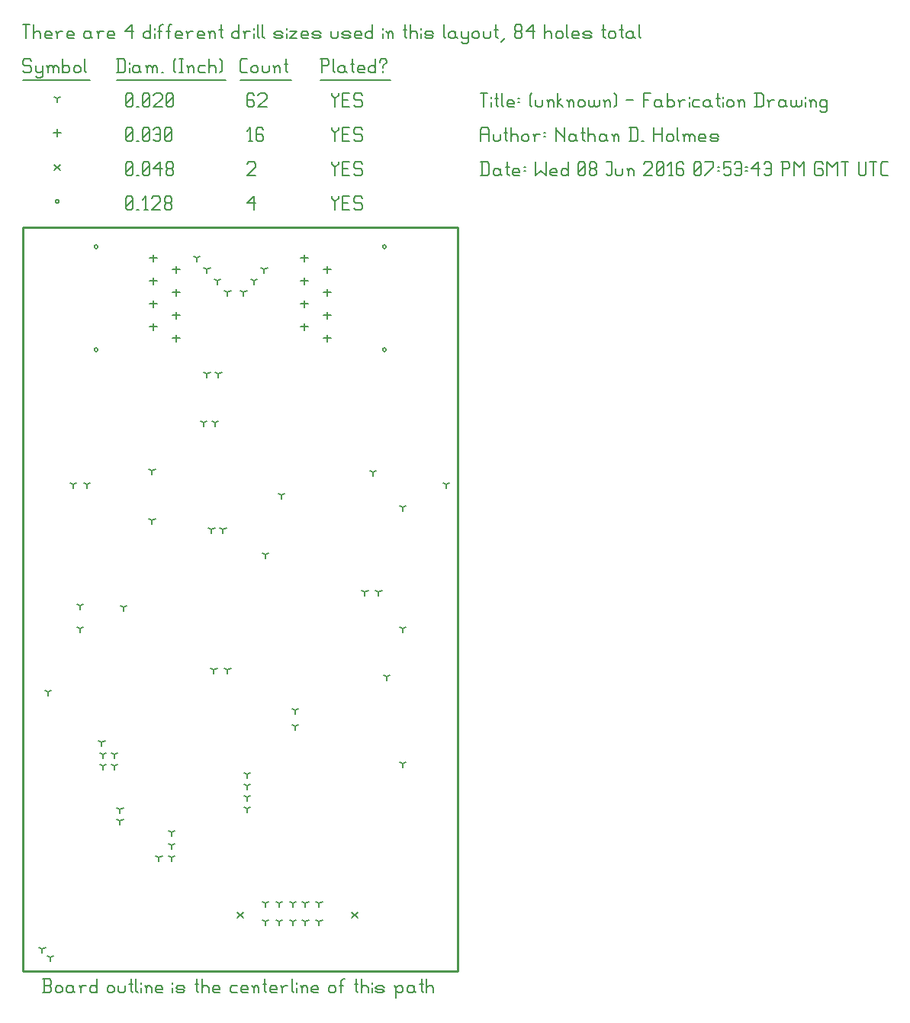
<source format=gbr>
G04 start of page 12 for group -3984 idx -3984 *
G04 Title: (unknown), fab *
G04 Creator: pcb 20140316 *
G04 CreationDate: Wed 08 Jun 2016 07:53:43 PM GMT UTC *
G04 For: ndholmes *
G04 Format: Gerber/RS-274X *
G04 PCB-Dimensions (mil): 1900.00 3250.00 *
G04 PCB-Coordinate-Origin: lower left *
%MOIN*%
%FSLAX25Y25*%
%LNFAB*%
%ADD80C,0.0100*%
%ADD79C,0.0060*%
%ADD78R,0.0080X0.0080*%
G54D78*X31200Y316500D02*G75*G03X32800Y316500I800J0D01*G01*
G75*G03X31200Y316500I-800J0D01*G01*
Y271500D02*G75*G03X32800Y271500I800J0D01*G01*
G75*G03X31200Y271500I-800J0D01*G01*
X157200D02*G75*G03X158800Y271500I800J0D01*G01*
G75*G03X157200Y271500I-800J0D01*G01*
Y316500D02*G75*G03X158800Y316500I800J0D01*G01*
G75*G03X157200Y316500I-800J0D01*G01*
X14200Y336250D02*G75*G03X15800Y336250I800J0D01*G01*
G75*G03X14200Y336250I-800J0D01*G01*
G54D79*X135000Y338500D02*Y337750D01*
X136500Y336250D01*
X138000Y337750D01*
Y338500D02*Y337750D01*
X136500Y336250D02*Y332500D01*
X139800Y335500D02*X142050D01*
X139800Y332500D02*X142800D01*
X139800Y338500D02*Y332500D01*
Y338500D02*X142800D01*
X147600D02*X148350Y337750D01*
X145350Y338500D02*X147600D01*
X144600Y337750D02*X145350Y338500D01*
X144600Y337750D02*Y336250D01*
X145350Y335500D01*
X147600D01*
X148350Y334750D01*
Y333250D01*
X147600Y332500D02*X148350Y333250D01*
X145350Y332500D02*X147600D01*
X144600Y333250D02*X145350Y332500D01*
X98000Y335500D02*X101000Y338500D01*
X98000Y335500D02*X101750D01*
X101000Y338500D02*Y332500D01*
X45000Y333250D02*X45750Y332500D01*
X45000Y337750D02*Y333250D01*
Y337750D02*X45750Y338500D01*
X47250D01*
X48000Y337750D01*
Y333250D01*
X47250Y332500D02*X48000Y333250D01*
X45750Y332500D02*X47250D01*
X45000Y334000D02*X48000Y337000D01*
X49800Y332500D02*X50550D01*
X53100D02*X54600D01*
X53850Y338500D02*Y332500D01*
X52350Y337000D02*X53850Y338500D01*
X56400Y337750D02*X57150Y338500D01*
X59400D01*
X60150Y337750D01*
Y336250D01*
X56400Y332500D02*X60150Y336250D01*
X56400Y332500D02*X60150D01*
X61950Y333250D02*X62700Y332500D01*
X61950Y334750D02*Y333250D01*
Y334750D02*X62700Y335500D01*
X64200D01*
X64950Y334750D01*
Y333250D01*
X64200Y332500D02*X64950Y333250D01*
X62700Y332500D02*X64200D01*
X61950Y336250D02*X62700Y335500D01*
X61950Y337750D02*Y336250D01*
Y337750D02*X62700Y338500D01*
X64200D01*
X64950Y337750D01*
Y336250D01*
X64200Y335500D02*X64950Y336250D01*
X143800Y25700D02*X146200Y23300D01*
X143800D02*X146200Y25700D01*
X93800D02*X96200Y23300D01*
X93800D02*X96200Y25700D01*
X13800Y352450D02*X16200Y350050D01*
X13800D02*X16200Y352450D01*
X135000Y353500D02*Y352750D01*
X136500Y351250D01*
X138000Y352750D01*
Y353500D02*Y352750D01*
X136500Y351250D02*Y347500D01*
X139800Y350500D02*X142050D01*
X139800Y347500D02*X142800D01*
X139800Y353500D02*Y347500D01*
Y353500D02*X142800D01*
X147600D02*X148350Y352750D01*
X145350Y353500D02*X147600D01*
X144600Y352750D02*X145350Y353500D01*
X144600Y352750D02*Y351250D01*
X145350Y350500D01*
X147600D01*
X148350Y349750D01*
Y348250D01*
X147600Y347500D02*X148350Y348250D01*
X145350Y347500D02*X147600D01*
X144600Y348250D02*X145350Y347500D01*
X98000Y352750D02*X98750Y353500D01*
X101000D01*
X101750Y352750D01*
Y351250D01*
X98000Y347500D02*X101750Y351250D01*
X98000Y347500D02*X101750D01*
X45000Y348250D02*X45750Y347500D01*
X45000Y352750D02*Y348250D01*
Y352750D02*X45750Y353500D01*
X47250D01*
X48000Y352750D01*
Y348250D01*
X47250Y347500D02*X48000Y348250D01*
X45750Y347500D02*X47250D01*
X45000Y349000D02*X48000Y352000D01*
X49800Y347500D02*X50550D01*
X52350Y348250D02*X53100Y347500D01*
X52350Y352750D02*Y348250D01*
Y352750D02*X53100Y353500D01*
X54600D01*
X55350Y352750D01*
Y348250D01*
X54600Y347500D02*X55350Y348250D01*
X53100Y347500D02*X54600D01*
X52350Y349000D02*X55350Y352000D01*
X57150Y350500D02*X60150Y353500D01*
X57150Y350500D02*X60900D01*
X60150Y353500D02*Y347500D01*
X62700Y348250D02*X63450Y347500D01*
X62700Y349750D02*Y348250D01*
Y349750D02*X63450Y350500D01*
X64950D01*
X65700Y349750D01*
Y348250D01*
X64950Y347500D02*X65700Y348250D01*
X63450Y347500D02*X64950D01*
X62700Y351250D02*X63450Y350500D01*
X62700Y352750D02*Y351250D01*
Y352750D02*X63450Y353500D01*
X64950D01*
X65700Y352750D01*
Y351250D01*
X64950Y350500D02*X65700Y351250D01*
X57000Y313100D02*Y309900D01*
X55400Y311500D02*X58600D01*
X67000Y308100D02*Y304900D01*
X65400Y306500D02*X68600D01*
X57000Y303100D02*Y299900D01*
X55400Y301500D02*X58600D01*
X67000Y298100D02*Y294900D01*
X65400Y296500D02*X68600D01*
X57000Y293100D02*Y289900D01*
X55400Y291500D02*X58600D01*
X67000Y288100D02*Y284900D01*
X65400Y286500D02*X68600D01*
X57000Y283100D02*Y279900D01*
X55400Y281500D02*X58600D01*
X67000Y278100D02*Y274900D01*
X65400Y276500D02*X68600D01*
X133000Y278100D02*Y274900D01*
X131400Y276500D02*X134600D01*
X123000Y283100D02*Y279900D01*
X121400Y281500D02*X124600D01*
X133000Y288100D02*Y284900D01*
X131400Y286500D02*X134600D01*
X123000Y293100D02*Y289900D01*
X121400Y291500D02*X124600D01*
X133000Y298100D02*Y294900D01*
X131400Y296500D02*X134600D01*
X123000Y303100D02*Y299900D01*
X121400Y301500D02*X124600D01*
X133000Y308100D02*Y304900D01*
X131400Y306500D02*X134600D01*
X123000Y313100D02*Y309900D01*
X121400Y311500D02*X124600D01*
X15000Y367850D02*Y364650D01*
X13400Y366250D02*X16600D01*
X135000Y368500D02*Y367750D01*
X136500Y366250D01*
X138000Y367750D01*
Y368500D02*Y367750D01*
X136500Y366250D02*Y362500D01*
X139800Y365500D02*X142050D01*
X139800Y362500D02*X142800D01*
X139800Y368500D02*Y362500D01*
Y368500D02*X142800D01*
X147600D02*X148350Y367750D01*
X145350Y368500D02*X147600D01*
X144600Y367750D02*X145350Y368500D01*
X144600Y367750D02*Y366250D01*
X145350Y365500D01*
X147600D01*
X148350Y364750D01*
Y363250D01*
X147600Y362500D02*X148350Y363250D01*
X145350Y362500D02*X147600D01*
X144600Y363250D02*X145350Y362500D01*
X98750D02*X100250D01*
X99500Y368500D02*Y362500D01*
X98000Y367000D02*X99500Y368500D01*
X104300D02*X105050Y367750D01*
X102800Y368500D02*X104300D01*
X102050Y367750D02*X102800Y368500D01*
X102050Y367750D02*Y363250D01*
X102800Y362500D01*
X104300Y365500D02*X105050Y364750D01*
X102050Y365500D02*X104300D01*
X102800Y362500D02*X104300D01*
X105050Y363250D01*
Y364750D02*Y363250D01*
X45000D02*X45750Y362500D01*
X45000Y367750D02*Y363250D01*
Y367750D02*X45750Y368500D01*
X47250D01*
X48000Y367750D01*
Y363250D01*
X47250Y362500D02*X48000Y363250D01*
X45750Y362500D02*X47250D01*
X45000Y364000D02*X48000Y367000D01*
X49800Y362500D02*X50550D01*
X52350Y363250D02*X53100Y362500D01*
X52350Y367750D02*Y363250D01*
Y367750D02*X53100Y368500D01*
X54600D01*
X55350Y367750D01*
Y363250D01*
X54600Y362500D02*X55350Y363250D01*
X53100Y362500D02*X54600D01*
X52350Y364000D02*X55350Y367000D01*
X57150Y367750D02*X57900Y368500D01*
X59400D01*
X60150Y367750D01*
Y363250D01*
X59400Y362500D02*X60150Y363250D01*
X57900Y362500D02*X59400D01*
X57150Y363250D02*X57900Y362500D01*
Y365500D02*X60150D01*
X61950Y363250D02*X62700Y362500D01*
X61950Y367750D02*Y363250D01*
Y367750D02*X62700Y368500D01*
X64200D01*
X64950Y367750D01*
Y363250D01*
X64200Y362500D02*X64950Y363250D01*
X62700Y362500D02*X64200D01*
X61950Y364000D02*X64950Y367000D01*
X76000Y311500D02*Y309900D01*
Y311500D02*X77387Y312300D01*
X76000Y311500D02*X74613Y312300D01*
X85000Y301500D02*Y299900D01*
Y301500D02*X86387Y302300D01*
X85000Y301500D02*X83613Y302300D01*
X89500Y296500D02*Y294900D01*
Y296500D02*X90887Y297300D01*
X89500Y296500D02*X88113Y297300D01*
X80500Y306500D02*Y304900D01*
Y306500D02*X81887Y307300D01*
X80500Y306500D02*X79113Y307300D01*
X96500Y296500D02*Y294900D01*
Y296500D02*X97887Y297300D01*
X96500Y296500D02*X95113Y297300D01*
X101000Y301500D02*Y299900D01*
Y301500D02*X102387Y302300D01*
X101000Y301500D02*X99613Y302300D01*
X105500Y306500D02*Y304900D01*
Y306500D02*X106887Y307300D01*
X105500Y306500D02*X104113Y307300D01*
X25043Y149500D02*Y147900D01*
Y149500D02*X26430Y150300D01*
X25043Y149500D02*X23656Y150300D01*
X166000Y202500D02*Y200900D01*
Y202500D02*X167387Y203300D01*
X166000Y202500D02*X164613Y203300D01*
X166000Y149500D02*Y147900D01*
Y149500D02*X167387Y150300D01*
X166000Y149500D02*X164613Y150300D01*
X166000Y90500D02*Y88900D01*
Y90500D02*X167387Y91300D01*
X166000Y90500D02*X164613Y91300D01*
X159000Y128500D02*Y126900D01*
Y128500D02*X160387Y129300D01*
X159000Y128500D02*X157613Y129300D01*
X113000Y208000D02*Y206400D01*
Y208000D02*X114387Y208800D01*
X113000Y208000D02*X111613Y208800D01*
X106000Y182000D02*Y180400D01*
Y182000D02*X107387Y182800D01*
X106000Y182000D02*X104613Y182800D01*
X42500Y70500D02*Y68900D01*
Y70500D02*X43887Y71300D01*
X42500Y70500D02*X41113Y71300D01*
X42500Y65500D02*Y63900D01*
Y65500D02*X43887Y66300D01*
X42500Y65500D02*X41113Y66300D01*
X35000Y89500D02*Y87900D01*
Y89500D02*X36387Y90300D01*
X35000Y89500D02*X33613Y90300D01*
X40000Y89500D02*Y87900D01*
Y89500D02*X41387Y90300D01*
X40000Y89500D02*X38613Y90300D01*
X40000Y94500D02*Y92900D01*
Y94500D02*X41387Y95300D01*
X40000Y94500D02*X38613Y95300D01*
X35000Y94500D02*Y92900D01*
Y94500D02*X36387Y95300D01*
X35000Y94500D02*X33613Y95300D01*
X65000Y60500D02*Y58900D01*
Y60500D02*X66387Y61300D01*
X65000Y60500D02*X63613Y61300D01*
X65000Y55000D02*Y53400D01*
Y55000D02*X66387Y55800D01*
X65000Y55000D02*X63613Y55800D01*
X65000Y49500D02*Y47900D01*
Y49500D02*X66387Y50300D01*
X65000Y49500D02*X63613Y50300D01*
X59500Y49500D02*Y47900D01*
Y49500D02*X60887Y50300D01*
X59500Y49500D02*X58113Y50300D01*
X98000Y81000D02*Y79400D01*
Y81000D02*X99387Y81800D01*
X98000Y81000D02*X96613Y81800D01*
X98000Y71000D02*Y69400D01*
Y71000D02*X99387Y71800D01*
X98000Y71000D02*X96613Y71800D01*
X34500Y100000D02*Y98400D01*
Y100000D02*X35887Y100800D01*
X34500Y100000D02*X33113Y100800D01*
X98000Y76000D02*Y74400D01*
Y76000D02*X99387Y76800D01*
X98000Y76000D02*X96613Y76800D01*
X98000Y86000D02*Y84400D01*
Y86000D02*X99387Y86800D01*
X98000Y86000D02*X96613Y86800D01*
X25000Y159500D02*Y157900D01*
Y159500D02*X26387Y160300D01*
X25000Y159500D02*X23613Y160300D01*
X44000Y159000D02*Y157400D01*
Y159000D02*X45387Y159800D01*
X44000Y159000D02*X42613Y159800D01*
X83500Y131500D02*Y129900D01*
Y131500D02*X84887Y132300D01*
X83500Y131500D02*X82113Y132300D01*
X89500Y131500D02*Y129900D01*
Y131500D02*X90887Y132300D01*
X89500Y131500D02*X88113Y132300D01*
X82500Y193000D02*Y191400D01*
Y193000D02*X83887Y193800D01*
X82500Y193000D02*X81113Y193800D01*
X87500Y193000D02*Y191400D01*
Y193000D02*X88887Y193800D01*
X87500Y193000D02*X86113Y193800D01*
X22000Y212500D02*Y210900D01*
Y212500D02*X23387Y213300D01*
X22000Y212500D02*X20613Y213300D01*
X28000Y212500D02*Y210900D01*
Y212500D02*X29387Y213300D01*
X28000Y212500D02*X26613Y213300D01*
X153000Y218000D02*Y216400D01*
Y218000D02*X154387Y218800D01*
X153000Y218000D02*X151613Y218800D01*
X155500Y165500D02*Y163900D01*
Y165500D02*X156887Y166300D01*
X155500Y165500D02*X154113Y166300D01*
X79000Y239500D02*Y237900D01*
Y239500D02*X80387Y240300D01*
X79000Y239500D02*X77613Y240300D01*
X84000Y239500D02*Y237900D01*
Y239500D02*X85387Y240300D01*
X84000Y239500D02*X82613Y240300D01*
X80500Y261000D02*Y259400D01*
Y261000D02*X81887Y261800D01*
X80500Y261000D02*X79113Y261800D01*
X85500Y261000D02*Y259400D01*
Y261000D02*X86887Y261800D01*
X85500Y261000D02*X84113Y261800D01*
X119000Y114000D02*Y112400D01*
Y114000D02*X120387Y114800D01*
X119000Y114000D02*X117613Y114800D01*
X119000Y107000D02*Y105400D01*
Y107000D02*X120387Y107800D01*
X119000Y107000D02*X117613Y107800D01*
X56500Y218500D02*Y216900D01*
Y218500D02*X57887Y219300D01*
X56500Y218500D02*X55113Y219300D01*
X56500Y197000D02*Y195400D01*
Y197000D02*X57887Y197800D01*
X56500Y197000D02*X55113Y197800D01*
X11000Y122000D02*Y120400D01*
Y122000D02*X12387Y122800D01*
X11000Y122000D02*X9613Y122800D01*
X12000Y6000D02*Y4400D01*
Y6000D02*X13387Y6800D01*
X12000Y6000D02*X10613Y6800D01*
X8500Y9500D02*Y7900D01*
Y9500D02*X9887Y10300D01*
X8500Y9500D02*X7113Y10300D01*
X106000Y29500D02*Y27900D01*
Y29500D02*X107387Y30300D01*
X106000Y29500D02*X104613Y30300D01*
X112000Y29500D02*Y27900D01*
Y29500D02*X113387Y30300D01*
X112000Y29500D02*X110613Y30300D01*
X118000Y29500D02*Y27900D01*
Y29500D02*X119387Y30300D01*
X118000Y29500D02*X116613Y30300D01*
X106000Y21500D02*Y19900D01*
Y21500D02*X107387Y22300D01*
X106000Y21500D02*X104613Y22300D01*
X112000Y21500D02*Y19900D01*
Y21500D02*X113387Y22300D01*
X112000Y21500D02*X110613Y22300D01*
X118000Y21500D02*Y19900D01*
Y21500D02*X119387Y22300D01*
X118000Y21500D02*X116613Y22300D01*
X123500Y29500D02*Y27900D01*
Y29500D02*X124887Y30300D01*
X123500Y29500D02*X122113Y30300D01*
X129500Y29500D02*Y27900D01*
Y29500D02*X130887Y30300D01*
X129500Y29500D02*X128113Y30300D01*
X123500Y21500D02*Y19900D01*
Y21500D02*X124887Y22300D01*
X123500Y21500D02*X122113Y22300D01*
X129500Y21500D02*Y19900D01*
Y21500D02*X130887Y22300D01*
X129500Y21500D02*X128113Y22300D01*
X149500Y165500D02*Y163900D01*
Y165500D02*X150887Y166300D01*
X149500Y165500D02*X148113Y166300D01*
X185000Y212500D02*Y210900D01*
Y212500D02*X186387Y213300D01*
X185000Y212500D02*X183613Y213300D01*
X15000Y381250D02*Y379650D01*
Y381250D02*X16387Y382050D01*
X15000Y381250D02*X13613Y382050D01*
X135000Y383500D02*Y382750D01*
X136500Y381250D01*
X138000Y382750D01*
Y383500D02*Y382750D01*
X136500Y381250D02*Y377500D01*
X139800Y380500D02*X142050D01*
X139800Y377500D02*X142800D01*
X139800Y383500D02*Y377500D01*
Y383500D02*X142800D01*
X147600D02*X148350Y382750D01*
X145350Y383500D02*X147600D01*
X144600Y382750D02*X145350Y383500D01*
X144600Y382750D02*Y381250D01*
X145350Y380500D01*
X147600D01*
X148350Y379750D01*
Y378250D01*
X147600Y377500D02*X148350Y378250D01*
X145350Y377500D02*X147600D01*
X144600Y378250D02*X145350Y377500D01*
X100250Y383500D02*X101000Y382750D01*
X98750Y383500D02*X100250D01*
X98000Y382750D02*X98750Y383500D01*
X98000Y382750D02*Y378250D01*
X98750Y377500D01*
X100250Y380500D02*X101000Y379750D01*
X98000Y380500D02*X100250D01*
X98750Y377500D02*X100250D01*
X101000Y378250D01*
Y379750D02*Y378250D01*
X102800Y382750D02*X103550Y383500D01*
X105800D01*
X106550Y382750D01*
Y381250D01*
X102800Y377500D02*X106550Y381250D01*
X102800Y377500D02*X106550D01*
X45000Y378250D02*X45750Y377500D01*
X45000Y382750D02*Y378250D01*
Y382750D02*X45750Y383500D01*
X47250D01*
X48000Y382750D01*
Y378250D01*
X47250Y377500D02*X48000Y378250D01*
X45750Y377500D02*X47250D01*
X45000Y379000D02*X48000Y382000D01*
X49800Y377500D02*X50550D01*
X52350Y378250D02*X53100Y377500D01*
X52350Y382750D02*Y378250D01*
Y382750D02*X53100Y383500D01*
X54600D01*
X55350Y382750D01*
Y378250D01*
X54600Y377500D02*X55350Y378250D01*
X53100Y377500D02*X54600D01*
X52350Y379000D02*X55350Y382000D01*
X57150Y382750D02*X57900Y383500D01*
X60150D01*
X60900Y382750D01*
Y381250D01*
X57150Y377500D02*X60900Y381250D01*
X57150Y377500D02*X60900D01*
X62700Y378250D02*X63450Y377500D01*
X62700Y382750D02*Y378250D01*
Y382750D02*X63450Y383500D01*
X64950D01*
X65700Y382750D01*
Y378250D01*
X64950Y377500D02*X65700Y378250D01*
X63450Y377500D02*X64950D01*
X62700Y379000D02*X65700Y382000D01*
X3000Y398500D02*X3750Y397750D01*
X750Y398500D02*X3000D01*
X0Y397750D02*X750Y398500D01*
X0Y397750D02*Y396250D01*
X750Y395500D01*
X3000D01*
X3750Y394750D01*
Y393250D01*
X3000Y392500D02*X3750Y393250D01*
X750Y392500D02*X3000D01*
X0Y393250D02*X750Y392500D01*
X5550Y395500D02*Y393250D01*
X6300Y392500D01*
X8550Y395500D02*Y391000D01*
X7800Y390250D02*X8550Y391000D01*
X6300Y390250D02*X7800D01*
X5550Y391000D02*X6300Y390250D01*
Y392500D02*X7800D01*
X8550Y393250D01*
X11100Y394750D02*Y392500D01*
Y394750D02*X11850Y395500D01*
X12600D01*
X13350Y394750D01*
Y392500D01*
Y394750D02*X14100Y395500D01*
X14850D01*
X15600Y394750D01*
Y392500D01*
X10350Y395500D02*X11100Y394750D01*
X17400Y398500D02*Y392500D01*
Y393250D02*X18150Y392500D01*
X19650D01*
X20400Y393250D01*
Y394750D02*Y393250D01*
X19650Y395500D02*X20400Y394750D01*
X18150Y395500D02*X19650D01*
X17400Y394750D02*X18150Y395500D01*
X22200Y394750D02*Y393250D01*
Y394750D02*X22950Y395500D01*
X24450D01*
X25200Y394750D01*
Y393250D01*
X24450Y392500D02*X25200Y393250D01*
X22950Y392500D02*X24450D01*
X22200Y393250D02*X22950Y392500D01*
X27000Y398500D02*Y393250D01*
X27750Y392500D01*
X0Y389250D02*X29250D01*
X41750Y398500D02*Y392500D01*
X44000Y398500D02*X44750Y397750D01*
Y393250D01*
X44000Y392500D02*X44750Y393250D01*
X41000Y392500D02*X44000D01*
X41000Y398500D02*X44000D01*
X46550Y397000D02*Y396250D01*
Y394750D02*Y392500D01*
X50300Y395500D02*X51050Y394750D01*
X48800Y395500D02*X50300D01*
X48050Y394750D02*X48800Y395500D01*
X48050Y394750D02*Y393250D01*
X48800Y392500D01*
X51050Y395500D02*Y393250D01*
X51800Y392500D01*
X48800D02*X50300D01*
X51050Y393250D01*
X54350Y394750D02*Y392500D01*
Y394750D02*X55100Y395500D01*
X55850D01*
X56600Y394750D01*
Y392500D01*
Y394750D02*X57350Y395500D01*
X58100D01*
X58850Y394750D01*
Y392500D01*
X53600Y395500D02*X54350Y394750D01*
X60650Y392500D02*X61400D01*
X65900Y393250D02*X66650Y392500D01*
X65900Y397750D02*X66650Y398500D01*
X65900Y397750D02*Y393250D01*
X68450Y398500D02*X69950D01*
X69200D02*Y392500D01*
X68450D02*X69950D01*
X72500Y394750D02*Y392500D01*
Y394750D02*X73250Y395500D01*
X74000D01*
X74750Y394750D01*
Y392500D01*
X71750Y395500D02*X72500Y394750D01*
X77300Y395500D02*X79550D01*
X76550Y394750D02*X77300Y395500D01*
X76550Y394750D02*Y393250D01*
X77300Y392500D01*
X79550D01*
X81350Y398500D02*Y392500D01*
Y394750D02*X82100Y395500D01*
X83600D01*
X84350Y394750D01*
Y392500D01*
X86150Y398500D02*X86900Y397750D01*
Y393250D01*
X86150Y392500D02*X86900Y393250D01*
X41000Y389250D02*X88700D01*
X95750Y392500D02*X98000D01*
X95000Y393250D02*X95750Y392500D01*
X95000Y397750D02*Y393250D01*
Y397750D02*X95750Y398500D01*
X98000D01*
X99800Y394750D02*Y393250D01*
Y394750D02*X100550Y395500D01*
X102050D01*
X102800Y394750D01*
Y393250D01*
X102050Y392500D02*X102800Y393250D01*
X100550Y392500D02*X102050D01*
X99800Y393250D02*X100550Y392500D01*
X104600Y395500D02*Y393250D01*
X105350Y392500D01*
X106850D01*
X107600Y393250D01*
Y395500D02*Y393250D01*
X110150Y394750D02*Y392500D01*
Y394750D02*X110900Y395500D01*
X111650D01*
X112400Y394750D01*
Y392500D01*
X109400Y395500D02*X110150Y394750D01*
X114950Y398500D02*Y393250D01*
X115700Y392500D01*
X114200Y396250D02*X115700D01*
X95000Y389250D02*X117200D01*
X130750Y398500D02*Y392500D01*
X130000Y398500D02*X133000D01*
X133750Y397750D01*
Y396250D01*
X133000Y395500D02*X133750Y396250D01*
X130750Y395500D02*X133000D01*
X135550Y398500D02*Y393250D01*
X136300Y392500D01*
X140050Y395500D02*X140800Y394750D01*
X138550Y395500D02*X140050D01*
X137800Y394750D02*X138550Y395500D01*
X137800Y394750D02*Y393250D01*
X138550Y392500D01*
X140800Y395500D02*Y393250D01*
X141550Y392500D01*
X138550D02*X140050D01*
X140800Y393250D01*
X144100Y398500D02*Y393250D01*
X144850Y392500D01*
X143350Y396250D02*X144850D01*
X147100Y392500D02*X149350D01*
X146350Y393250D02*X147100Y392500D01*
X146350Y394750D02*Y393250D01*
Y394750D02*X147100Y395500D01*
X148600D01*
X149350Y394750D01*
X146350Y394000D02*X149350D01*
Y394750D02*Y394000D01*
X154150Y398500D02*Y392500D01*
X153400D02*X154150Y393250D01*
X151900Y392500D02*X153400D01*
X151150Y393250D02*X151900Y392500D01*
X151150Y394750D02*Y393250D01*
Y394750D02*X151900Y395500D01*
X153400D01*
X154150Y394750D01*
X157450Y395500D02*Y394750D01*
Y393250D02*Y392500D01*
X155950Y397750D02*Y397000D01*
Y397750D02*X156700Y398500D01*
X158200D01*
X158950Y397750D01*
Y397000D01*
X157450Y395500D02*X158950Y397000D01*
X130000Y389250D02*X160750D01*
X0Y413500D02*X3000D01*
X1500D02*Y407500D01*
X4800Y413500D02*Y407500D01*
Y409750D02*X5550Y410500D01*
X7050D01*
X7800Y409750D01*
Y407500D01*
X10350D02*X12600D01*
X9600Y408250D02*X10350Y407500D01*
X9600Y409750D02*Y408250D01*
Y409750D02*X10350Y410500D01*
X11850D01*
X12600Y409750D01*
X9600Y409000D02*X12600D01*
Y409750D02*Y409000D01*
X15150Y409750D02*Y407500D01*
Y409750D02*X15900Y410500D01*
X17400D01*
X14400D02*X15150Y409750D01*
X19950Y407500D02*X22200D01*
X19200Y408250D02*X19950Y407500D01*
X19200Y409750D02*Y408250D01*
Y409750D02*X19950Y410500D01*
X21450D01*
X22200Y409750D01*
X19200Y409000D02*X22200D01*
Y409750D02*Y409000D01*
X28950Y410500D02*X29700Y409750D01*
X27450Y410500D02*X28950D01*
X26700Y409750D02*X27450Y410500D01*
X26700Y409750D02*Y408250D01*
X27450Y407500D01*
X29700Y410500D02*Y408250D01*
X30450Y407500D01*
X27450D02*X28950D01*
X29700Y408250D01*
X33000Y409750D02*Y407500D01*
Y409750D02*X33750Y410500D01*
X35250D01*
X32250D02*X33000Y409750D01*
X37800Y407500D02*X40050D01*
X37050Y408250D02*X37800Y407500D01*
X37050Y409750D02*Y408250D01*
Y409750D02*X37800Y410500D01*
X39300D01*
X40050Y409750D01*
X37050Y409000D02*X40050D01*
Y409750D02*Y409000D01*
X44550Y410500D02*X47550Y413500D01*
X44550Y410500D02*X48300D01*
X47550Y413500D02*Y407500D01*
X55800Y413500D02*Y407500D01*
X55050D02*X55800Y408250D01*
X53550Y407500D02*X55050D01*
X52800Y408250D02*X53550Y407500D01*
X52800Y409750D02*Y408250D01*
Y409750D02*X53550Y410500D01*
X55050D01*
X55800Y409750D01*
X57600Y412000D02*Y411250D01*
Y409750D02*Y407500D01*
X59850Y412750D02*Y407500D01*
Y412750D02*X60600Y413500D01*
X61350D01*
X59100Y410500D02*X60600D01*
X63600Y412750D02*Y407500D01*
Y412750D02*X64350Y413500D01*
X65100D01*
X62850Y410500D02*X64350D01*
X67350Y407500D02*X69600D01*
X66600Y408250D02*X67350Y407500D01*
X66600Y409750D02*Y408250D01*
Y409750D02*X67350Y410500D01*
X68850D01*
X69600Y409750D01*
X66600Y409000D02*X69600D01*
Y409750D02*Y409000D01*
X72150Y409750D02*Y407500D01*
Y409750D02*X72900Y410500D01*
X74400D01*
X71400D02*X72150Y409750D01*
X76950Y407500D02*X79200D01*
X76200Y408250D02*X76950Y407500D01*
X76200Y409750D02*Y408250D01*
Y409750D02*X76950Y410500D01*
X78450D01*
X79200Y409750D01*
X76200Y409000D02*X79200D01*
Y409750D02*Y409000D01*
X81750Y409750D02*Y407500D01*
Y409750D02*X82500Y410500D01*
X83250D01*
X84000Y409750D01*
Y407500D01*
X81000Y410500D02*X81750Y409750D01*
X86550Y413500D02*Y408250D01*
X87300Y407500D01*
X85800Y411250D02*X87300D01*
X94500Y413500D02*Y407500D01*
X93750D02*X94500Y408250D01*
X92250Y407500D02*X93750D01*
X91500Y408250D02*X92250Y407500D01*
X91500Y409750D02*Y408250D01*
Y409750D02*X92250Y410500D01*
X93750D01*
X94500Y409750D01*
X97050D02*Y407500D01*
Y409750D02*X97800Y410500D01*
X99300D01*
X96300D02*X97050Y409750D01*
X101100Y412000D02*Y411250D01*
Y409750D02*Y407500D01*
X102600Y413500D02*Y408250D01*
X103350Y407500D01*
X104850Y413500D02*Y408250D01*
X105600Y407500D01*
X110550D02*X112800D01*
X113550Y408250D01*
X112800Y409000D02*X113550Y408250D01*
X110550Y409000D02*X112800D01*
X109800Y409750D02*X110550Y409000D01*
X109800Y409750D02*X110550Y410500D01*
X112800D01*
X113550Y409750D01*
X109800Y408250D02*X110550Y407500D01*
X115350Y412000D02*Y411250D01*
Y409750D02*Y407500D01*
X116850Y410500D02*X119850D01*
X116850Y407500D02*X119850Y410500D01*
X116850Y407500D02*X119850D01*
X122400D02*X124650D01*
X121650Y408250D02*X122400Y407500D01*
X121650Y409750D02*Y408250D01*
Y409750D02*X122400Y410500D01*
X123900D01*
X124650Y409750D01*
X121650Y409000D02*X124650D01*
Y409750D02*Y409000D01*
X127200Y407500D02*X129450D01*
X130200Y408250D01*
X129450Y409000D02*X130200Y408250D01*
X127200Y409000D02*X129450D01*
X126450Y409750D02*X127200Y409000D01*
X126450Y409750D02*X127200Y410500D01*
X129450D01*
X130200Y409750D01*
X126450Y408250D02*X127200Y407500D01*
X134700Y410500D02*Y408250D01*
X135450Y407500D01*
X136950D01*
X137700Y408250D01*
Y410500D02*Y408250D01*
X140250Y407500D02*X142500D01*
X143250Y408250D01*
X142500Y409000D02*X143250Y408250D01*
X140250Y409000D02*X142500D01*
X139500Y409750D02*X140250Y409000D01*
X139500Y409750D02*X140250Y410500D01*
X142500D01*
X143250Y409750D01*
X139500Y408250D02*X140250Y407500D01*
X145800D02*X148050D01*
X145050Y408250D02*X145800Y407500D01*
X145050Y409750D02*Y408250D01*
Y409750D02*X145800Y410500D01*
X147300D01*
X148050Y409750D01*
X145050Y409000D02*X148050D01*
Y409750D02*Y409000D01*
X152850Y413500D02*Y407500D01*
X152100D02*X152850Y408250D01*
X150600Y407500D02*X152100D01*
X149850Y408250D02*X150600Y407500D01*
X149850Y409750D02*Y408250D01*
Y409750D02*X150600Y410500D01*
X152100D01*
X152850Y409750D01*
X157350Y412000D02*Y411250D01*
Y409750D02*Y407500D01*
X159600Y409750D02*Y407500D01*
Y409750D02*X160350Y410500D01*
X161100D01*
X161850Y409750D01*
Y407500D01*
X158850Y410500D02*X159600Y409750D01*
X167100Y413500D02*Y408250D01*
X167850Y407500D01*
X166350Y411250D02*X167850D01*
X169350Y413500D02*Y407500D01*
Y409750D02*X170100Y410500D01*
X171600D01*
X172350Y409750D01*
Y407500D01*
X174150Y412000D02*Y411250D01*
Y409750D02*Y407500D01*
X176400D02*X178650D01*
X179400Y408250D01*
X178650Y409000D02*X179400Y408250D01*
X176400Y409000D02*X178650D01*
X175650Y409750D02*X176400Y409000D01*
X175650Y409750D02*X176400Y410500D01*
X178650D01*
X179400Y409750D01*
X175650Y408250D02*X176400Y407500D01*
X183900Y413500D02*Y408250D01*
X184650Y407500D01*
X188400Y410500D02*X189150Y409750D01*
X186900Y410500D02*X188400D01*
X186150Y409750D02*X186900Y410500D01*
X186150Y409750D02*Y408250D01*
X186900Y407500D01*
X189150Y410500D02*Y408250D01*
X189900Y407500D01*
X186900D02*X188400D01*
X189150Y408250D01*
X191700Y410500D02*Y408250D01*
X192450Y407500D01*
X194700Y410500D02*Y406000D01*
X193950Y405250D02*X194700Y406000D01*
X192450Y405250D02*X193950D01*
X191700Y406000D02*X192450Y405250D01*
Y407500D02*X193950D01*
X194700Y408250D01*
X196500Y409750D02*Y408250D01*
Y409750D02*X197250Y410500D01*
X198750D01*
X199500Y409750D01*
Y408250D01*
X198750Y407500D02*X199500Y408250D01*
X197250Y407500D02*X198750D01*
X196500Y408250D02*X197250Y407500D01*
X201300Y410500D02*Y408250D01*
X202050Y407500D01*
X203550D01*
X204300Y408250D01*
Y410500D02*Y408250D01*
X206850Y413500D02*Y408250D01*
X207600Y407500D01*
X206100Y411250D02*X207600D01*
X209100Y406000D02*X210600Y407500D01*
X215100Y408250D02*X215850Y407500D01*
X215100Y409750D02*Y408250D01*
Y409750D02*X215850Y410500D01*
X217350D01*
X218100Y409750D01*
Y408250D01*
X217350Y407500D02*X218100Y408250D01*
X215850Y407500D02*X217350D01*
X215100Y411250D02*X215850Y410500D01*
X215100Y412750D02*Y411250D01*
Y412750D02*X215850Y413500D01*
X217350D01*
X218100Y412750D01*
Y411250D01*
X217350Y410500D02*X218100Y411250D01*
X219900Y410500D02*X222900Y413500D01*
X219900Y410500D02*X223650D01*
X222900Y413500D02*Y407500D01*
X228150Y413500D02*Y407500D01*
Y409750D02*X228900Y410500D01*
X230400D01*
X231150Y409750D01*
Y407500D01*
X232950Y409750D02*Y408250D01*
Y409750D02*X233700Y410500D01*
X235200D01*
X235950Y409750D01*
Y408250D01*
X235200Y407500D02*X235950Y408250D01*
X233700Y407500D02*X235200D01*
X232950Y408250D02*X233700Y407500D01*
X237750Y413500D02*Y408250D01*
X238500Y407500D01*
X240750D02*X243000D01*
X240000Y408250D02*X240750Y407500D01*
X240000Y409750D02*Y408250D01*
Y409750D02*X240750Y410500D01*
X242250D01*
X243000Y409750D01*
X240000Y409000D02*X243000D01*
Y409750D02*Y409000D01*
X245550Y407500D02*X247800D01*
X248550Y408250D01*
X247800Y409000D02*X248550Y408250D01*
X245550Y409000D02*X247800D01*
X244800Y409750D02*X245550Y409000D01*
X244800Y409750D02*X245550Y410500D01*
X247800D01*
X248550Y409750D01*
X244800Y408250D02*X245550Y407500D01*
X253800Y413500D02*Y408250D01*
X254550Y407500D01*
X253050Y411250D02*X254550D01*
X256050Y409750D02*Y408250D01*
Y409750D02*X256800Y410500D01*
X258300D01*
X259050Y409750D01*
Y408250D01*
X258300Y407500D02*X259050Y408250D01*
X256800Y407500D02*X258300D01*
X256050Y408250D02*X256800Y407500D01*
X261600Y413500D02*Y408250D01*
X262350Y407500D01*
X260850Y411250D02*X262350D01*
X266100Y410500D02*X266850Y409750D01*
X264600Y410500D02*X266100D01*
X263850Y409750D02*X264600Y410500D01*
X263850Y409750D02*Y408250D01*
X264600Y407500D01*
X266850Y410500D02*Y408250D01*
X267600Y407500D01*
X264600D02*X266100D01*
X266850Y408250D01*
X269400Y413500D02*Y408250D01*
X270150Y407500D01*
G54D80*X0Y325000D02*X190000D01*
Y0D01*
X0D01*
Y325000D01*
G54D79*X8675Y-9500D02*X11675D01*
X12425Y-8750D01*
Y-7250D02*Y-8750D01*
X11675Y-6500D02*X12425Y-7250D01*
X9425Y-6500D02*X11675D01*
X9425Y-3500D02*Y-9500D01*
X8675Y-3500D02*X11675D01*
X12425Y-4250D01*
Y-5750D01*
X11675Y-6500D02*X12425Y-5750D01*
X14225Y-7250D02*Y-8750D01*
Y-7250D02*X14975Y-6500D01*
X16475D01*
X17225Y-7250D01*
Y-8750D01*
X16475Y-9500D02*X17225Y-8750D01*
X14975Y-9500D02*X16475D01*
X14225Y-8750D02*X14975Y-9500D01*
X21275Y-6500D02*X22025Y-7250D01*
X19775Y-6500D02*X21275D01*
X19025Y-7250D02*X19775Y-6500D01*
X19025Y-7250D02*Y-8750D01*
X19775Y-9500D01*
X22025Y-6500D02*Y-8750D01*
X22775Y-9500D01*
X19775D02*X21275D01*
X22025Y-8750D01*
X25325Y-7250D02*Y-9500D01*
Y-7250D02*X26075Y-6500D01*
X27575D01*
X24575D02*X25325Y-7250D01*
X32375Y-3500D02*Y-9500D01*
X31625D02*X32375Y-8750D01*
X30125Y-9500D02*X31625D01*
X29375Y-8750D02*X30125Y-9500D01*
X29375Y-7250D02*Y-8750D01*
Y-7250D02*X30125Y-6500D01*
X31625D01*
X32375Y-7250D01*
X36875D02*Y-8750D01*
Y-7250D02*X37625Y-6500D01*
X39125D01*
X39875Y-7250D01*
Y-8750D01*
X39125Y-9500D02*X39875Y-8750D01*
X37625Y-9500D02*X39125D01*
X36875Y-8750D02*X37625Y-9500D01*
X41675Y-6500D02*Y-8750D01*
X42425Y-9500D01*
X43925D01*
X44675Y-8750D01*
Y-6500D02*Y-8750D01*
X47225Y-3500D02*Y-8750D01*
X47975Y-9500D01*
X46475Y-5750D02*X47975D01*
X49475Y-3500D02*Y-8750D01*
X50225Y-9500D01*
X51725Y-5000D02*Y-5750D01*
Y-7250D02*Y-9500D01*
X53975Y-7250D02*Y-9500D01*
Y-7250D02*X54725Y-6500D01*
X55475D01*
X56225Y-7250D01*
Y-9500D01*
X53225Y-6500D02*X53975Y-7250D01*
X58775Y-9500D02*X61025D01*
X58025Y-8750D02*X58775Y-9500D01*
X58025Y-7250D02*Y-8750D01*
Y-7250D02*X58775Y-6500D01*
X60275D01*
X61025Y-7250D01*
X58025Y-8000D02*X61025D01*
Y-7250D02*Y-8000D01*
X65525Y-5000D02*Y-5750D01*
Y-7250D02*Y-9500D01*
X67775D02*X70025D01*
X70775Y-8750D01*
X70025Y-8000D02*X70775Y-8750D01*
X67775Y-8000D02*X70025D01*
X67025Y-7250D02*X67775Y-8000D01*
X67025Y-7250D02*X67775Y-6500D01*
X70025D01*
X70775Y-7250D01*
X67025Y-8750D02*X67775Y-9500D01*
X76025Y-3500D02*Y-8750D01*
X76775Y-9500D01*
X75275Y-5750D02*X76775D01*
X78275Y-3500D02*Y-9500D01*
Y-7250D02*X79025Y-6500D01*
X80525D01*
X81275Y-7250D01*
Y-9500D01*
X83825D02*X86075D01*
X83075Y-8750D02*X83825Y-9500D01*
X83075Y-7250D02*Y-8750D01*
Y-7250D02*X83825Y-6500D01*
X85325D01*
X86075Y-7250D01*
X83075Y-8000D02*X86075D01*
Y-7250D02*Y-8000D01*
X91325Y-6500D02*X93575D01*
X90575Y-7250D02*X91325Y-6500D01*
X90575Y-7250D02*Y-8750D01*
X91325Y-9500D01*
X93575D01*
X96125D02*X98375D01*
X95375Y-8750D02*X96125Y-9500D01*
X95375Y-7250D02*Y-8750D01*
Y-7250D02*X96125Y-6500D01*
X97625D01*
X98375Y-7250D01*
X95375Y-8000D02*X98375D01*
Y-7250D02*Y-8000D01*
X100925Y-7250D02*Y-9500D01*
Y-7250D02*X101675Y-6500D01*
X102425D01*
X103175Y-7250D01*
Y-9500D01*
X100175Y-6500D02*X100925Y-7250D01*
X105725Y-3500D02*Y-8750D01*
X106475Y-9500D01*
X104975Y-5750D02*X106475D01*
X108725Y-9500D02*X110975D01*
X107975Y-8750D02*X108725Y-9500D01*
X107975Y-7250D02*Y-8750D01*
Y-7250D02*X108725Y-6500D01*
X110225D01*
X110975Y-7250D01*
X107975Y-8000D02*X110975D01*
Y-7250D02*Y-8000D01*
X113525Y-7250D02*Y-9500D01*
Y-7250D02*X114275Y-6500D01*
X115775D01*
X112775D02*X113525Y-7250D01*
X117575Y-3500D02*Y-8750D01*
X118325Y-9500D01*
X119825Y-5000D02*Y-5750D01*
Y-7250D02*Y-9500D01*
X122075Y-7250D02*Y-9500D01*
Y-7250D02*X122825Y-6500D01*
X123575D01*
X124325Y-7250D01*
Y-9500D01*
X121325Y-6500D02*X122075Y-7250D01*
X126875Y-9500D02*X129125D01*
X126125Y-8750D02*X126875Y-9500D01*
X126125Y-7250D02*Y-8750D01*
Y-7250D02*X126875Y-6500D01*
X128375D01*
X129125Y-7250D01*
X126125Y-8000D02*X129125D01*
Y-7250D02*Y-8000D01*
X133625Y-7250D02*Y-8750D01*
Y-7250D02*X134375Y-6500D01*
X135875D01*
X136625Y-7250D01*
Y-8750D01*
X135875Y-9500D02*X136625Y-8750D01*
X134375Y-9500D02*X135875D01*
X133625Y-8750D02*X134375Y-9500D01*
X139175Y-4250D02*Y-9500D01*
Y-4250D02*X139925Y-3500D01*
X140675D01*
X138425Y-6500D02*X139925D01*
X145625Y-3500D02*Y-8750D01*
X146375Y-9500D01*
X144875Y-5750D02*X146375D01*
X147875Y-3500D02*Y-9500D01*
Y-7250D02*X148625Y-6500D01*
X150125D01*
X150875Y-7250D01*
Y-9500D01*
X152675Y-5000D02*Y-5750D01*
Y-7250D02*Y-9500D01*
X154925D02*X157175D01*
X157925Y-8750D01*
X157175Y-8000D02*X157925Y-8750D01*
X154925Y-8000D02*X157175D01*
X154175Y-7250D02*X154925Y-8000D01*
X154175Y-7250D02*X154925Y-6500D01*
X157175D01*
X157925Y-7250D01*
X154175Y-8750D02*X154925Y-9500D01*
X163175Y-7250D02*Y-11750D01*
X162425Y-6500D02*X163175Y-7250D01*
X163925Y-6500D01*
X165425D01*
X166175Y-7250D01*
Y-8750D01*
X165425Y-9500D02*X166175Y-8750D01*
X163925Y-9500D02*X165425D01*
X163175Y-8750D02*X163925Y-9500D01*
X170225Y-6500D02*X170975Y-7250D01*
X168725Y-6500D02*X170225D01*
X167975Y-7250D02*X168725Y-6500D01*
X167975Y-7250D02*Y-8750D01*
X168725Y-9500D01*
X170975Y-6500D02*Y-8750D01*
X171725Y-9500D01*
X168725D02*X170225D01*
X170975Y-8750D01*
X174275Y-3500D02*Y-8750D01*
X175025Y-9500D01*
X173525Y-5750D02*X175025D01*
X176525Y-3500D02*Y-9500D01*
Y-7250D02*X177275Y-6500D01*
X178775D01*
X179525Y-7250D01*
Y-9500D01*
X200750Y353500D02*Y347500D01*
X203000Y353500D02*X203750Y352750D01*
Y348250D01*
X203000Y347500D02*X203750Y348250D01*
X200000Y347500D02*X203000D01*
X200000Y353500D02*X203000D01*
X207800Y350500D02*X208550Y349750D01*
X206300Y350500D02*X207800D01*
X205550Y349750D02*X206300Y350500D01*
X205550Y349750D02*Y348250D01*
X206300Y347500D01*
X208550Y350500D02*Y348250D01*
X209300Y347500D01*
X206300D02*X207800D01*
X208550Y348250D01*
X211850Y353500D02*Y348250D01*
X212600Y347500D01*
X211100Y351250D02*X212600D01*
X214850Y347500D02*X217100D01*
X214100Y348250D02*X214850Y347500D01*
X214100Y349750D02*Y348250D01*
Y349750D02*X214850Y350500D01*
X216350D01*
X217100Y349750D01*
X214100Y349000D02*X217100D01*
Y349750D02*Y349000D01*
X218900Y351250D02*X219650D01*
X218900Y349750D02*X219650D01*
X224150Y353500D02*Y347500D01*
X226400Y349750D01*
X228650Y347500D01*
Y353500D02*Y347500D01*
X231200D02*X233450D01*
X230450Y348250D02*X231200Y347500D01*
X230450Y349750D02*Y348250D01*
Y349750D02*X231200Y350500D01*
X232700D01*
X233450Y349750D01*
X230450Y349000D02*X233450D01*
Y349750D02*Y349000D01*
X238250Y353500D02*Y347500D01*
X237500D02*X238250Y348250D01*
X236000Y347500D02*X237500D01*
X235250Y348250D02*X236000Y347500D01*
X235250Y349750D02*Y348250D01*
Y349750D02*X236000Y350500D01*
X237500D01*
X238250Y349750D01*
X242750Y348250D02*X243500Y347500D01*
X242750Y352750D02*Y348250D01*
Y352750D02*X243500Y353500D01*
X245000D01*
X245750Y352750D01*
Y348250D01*
X245000Y347500D02*X245750Y348250D01*
X243500Y347500D02*X245000D01*
X242750Y349000D02*X245750Y352000D01*
X247550Y348250D02*X248300Y347500D01*
X247550Y349750D02*Y348250D01*
Y349750D02*X248300Y350500D01*
X249800D01*
X250550Y349750D01*
Y348250D01*
X249800Y347500D02*X250550Y348250D01*
X248300Y347500D02*X249800D01*
X247550Y351250D02*X248300Y350500D01*
X247550Y352750D02*Y351250D01*
Y352750D02*X248300Y353500D01*
X249800D01*
X250550Y352750D01*
Y351250D01*
X249800Y350500D02*X250550Y351250D01*
X255050Y353500D02*X257300D01*
Y348250D01*
X256550Y347500D02*X257300Y348250D01*
X255800Y347500D02*X256550D01*
X255050Y348250D02*X255800Y347500D01*
X259100Y350500D02*Y348250D01*
X259850Y347500D01*
X261350D01*
X262100Y348250D01*
Y350500D02*Y348250D01*
X264650Y349750D02*Y347500D01*
Y349750D02*X265400Y350500D01*
X266150D01*
X266900Y349750D01*
Y347500D01*
X263900Y350500D02*X264650Y349750D01*
X271400Y352750D02*X272150Y353500D01*
X274400D01*
X275150Y352750D01*
Y351250D01*
X271400Y347500D02*X275150Y351250D01*
X271400Y347500D02*X275150D01*
X276950Y348250D02*X277700Y347500D01*
X276950Y352750D02*Y348250D01*
Y352750D02*X277700Y353500D01*
X279200D01*
X279950Y352750D01*
Y348250D01*
X279200Y347500D02*X279950Y348250D01*
X277700Y347500D02*X279200D01*
X276950Y349000D02*X279950Y352000D01*
X282500Y347500D02*X284000D01*
X283250Y353500D02*Y347500D01*
X281750Y352000D02*X283250Y353500D01*
X288050D02*X288800Y352750D01*
X286550Y353500D02*X288050D01*
X285800Y352750D02*X286550Y353500D01*
X285800Y352750D02*Y348250D01*
X286550Y347500D01*
X288050Y350500D02*X288800Y349750D01*
X285800Y350500D02*X288050D01*
X286550Y347500D02*X288050D01*
X288800Y348250D01*
Y349750D02*Y348250D01*
X293300D02*X294050Y347500D01*
X293300Y352750D02*Y348250D01*
Y352750D02*X294050Y353500D01*
X295550D01*
X296300Y352750D01*
Y348250D01*
X295550Y347500D02*X296300Y348250D01*
X294050Y347500D02*X295550D01*
X293300Y349000D02*X296300Y352000D01*
X298100Y347500D02*X301850Y351250D01*
Y353500D02*Y351250D01*
X298100Y353500D02*X301850D01*
X303650Y351250D02*X304400D01*
X303650Y349750D02*X304400D01*
X306200Y353500D02*X309200D01*
X306200D02*Y350500D01*
X306950Y351250D01*
X308450D01*
X309200Y350500D01*
Y348250D01*
X308450Y347500D02*X309200Y348250D01*
X306950Y347500D02*X308450D01*
X306200Y348250D02*X306950Y347500D01*
X311000Y352750D02*X311750Y353500D01*
X313250D01*
X314000Y352750D01*
Y348250D01*
X313250Y347500D02*X314000Y348250D01*
X311750Y347500D02*X313250D01*
X311000Y348250D02*X311750Y347500D01*
Y350500D02*X314000D01*
X315800Y351250D02*X316550D01*
X315800Y349750D02*X316550D01*
X318350Y350500D02*X321350Y353500D01*
X318350Y350500D02*X322100D01*
X321350Y353500D02*Y347500D01*
X323900Y352750D02*X324650Y353500D01*
X326150D01*
X326900Y352750D01*
Y348250D01*
X326150Y347500D02*X326900Y348250D01*
X324650Y347500D02*X326150D01*
X323900Y348250D02*X324650Y347500D01*
Y350500D02*X326900D01*
X332150Y353500D02*Y347500D01*
X331400Y353500D02*X334400D01*
X335150Y352750D01*
Y351250D01*
X334400Y350500D02*X335150Y351250D01*
X332150Y350500D02*X334400D01*
X336950Y353500D02*Y347500D01*
Y353500D02*X339200Y351250D01*
X341450Y353500D01*
Y347500D01*
X348950Y353500D02*X349700Y352750D01*
X346700Y353500D02*X348950D01*
X345950Y352750D02*X346700Y353500D01*
X345950Y352750D02*Y348250D01*
X346700Y347500D01*
X348950D01*
X349700Y348250D01*
Y349750D02*Y348250D01*
X348950Y350500D02*X349700Y349750D01*
X347450Y350500D02*X348950D01*
X351500Y353500D02*Y347500D01*
Y353500D02*X353750Y351250D01*
X356000Y353500D01*
Y347500D01*
X357800Y353500D02*X360800D01*
X359300D02*Y347500D01*
X365300Y353500D02*Y348250D01*
X366050Y347500D01*
X367550D01*
X368300Y348250D01*
Y353500D02*Y348250D01*
X370100Y353500D02*X373100D01*
X371600D02*Y347500D01*
X375650D02*X377900D01*
X374900Y348250D02*X375650Y347500D01*
X374900Y352750D02*Y348250D01*
Y352750D02*X375650Y353500D01*
X377900D01*
X200000Y367750D02*Y362500D01*
Y367750D02*X200750Y368500D01*
X203000D01*
X203750Y367750D01*
Y362500D01*
X200000Y365500D02*X203750D01*
X205550D02*Y363250D01*
X206300Y362500D01*
X207800D01*
X208550Y363250D01*
Y365500D02*Y363250D01*
X211100Y368500D02*Y363250D01*
X211850Y362500D01*
X210350Y366250D02*X211850D01*
X213350Y368500D02*Y362500D01*
Y364750D02*X214100Y365500D01*
X215600D01*
X216350Y364750D01*
Y362500D01*
X218150Y364750D02*Y363250D01*
Y364750D02*X218900Y365500D01*
X220400D01*
X221150Y364750D01*
Y363250D01*
X220400Y362500D02*X221150Y363250D01*
X218900Y362500D02*X220400D01*
X218150Y363250D02*X218900Y362500D01*
X223700Y364750D02*Y362500D01*
Y364750D02*X224450Y365500D01*
X225950D01*
X222950D02*X223700Y364750D01*
X227750Y366250D02*X228500D01*
X227750Y364750D02*X228500D01*
X233000Y368500D02*Y362500D01*
Y368500D02*Y367750D01*
X236750Y364000D01*
Y368500D02*Y362500D01*
X240800Y365500D02*X241550Y364750D01*
X239300Y365500D02*X240800D01*
X238550Y364750D02*X239300Y365500D01*
X238550Y364750D02*Y363250D01*
X239300Y362500D01*
X241550Y365500D02*Y363250D01*
X242300Y362500D01*
X239300D02*X240800D01*
X241550Y363250D01*
X244850Y368500D02*Y363250D01*
X245600Y362500D01*
X244100Y366250D02*X245600D01*
X247100Y368500D02*Y362500D01*
Y364750D02*X247850Y365500D01*
X249350D01*
X250100Y364750D01*
Y362500D01*
X254150Y365500D02*X254900Y364750D01*
X252650Y365500D02*X254150D01*
X251900Y364750D02*X252650Y365500D01*
X251900Y364750D02*Y363250D01*
X252650Y362500D01*
X254900Y365500D02*Y363250D01*
X255650Y362500D01*
X252650D02*X254150D01*
X254900Y363250D01*
X258200Y364750D02*Y362500D01*
Y364750D02*X258950Y365500D01*
X259700D01*
X260450Y364750D01*
Y362500D01*
X257450Y365500D02*X258200Y364750D01*
X265700Y368500D02*Y362500D01*
X267950Y368500D02*X268700Y367750D01*
Y363250D01*
X267950Y362500D02*X268700Y363250D01*
X264950Y362500D02*X267950D01*
X264950Y368500D02*X267950D01*
X270500Y362500D02*X271250D01*
X275750Y368500D02*Y362500D01*
X279500Y368500D02*Y362500D01*
X275750Y365500D02*X279500D01*
X281300Y364750D02*Y363250D01*
Y364750D02*X282050Y365500D01*
X283550D01*
X284300Y364750D01*
Y363250D01*
X283550Y362500D02*X284300Y363250D01*
X282050Y362500D02*X283550D01*
X281300Y363250D02*X282050Y362500D01*
X286100Y368500D02*Y363250D01*
X286850Y362500D01*
X289100Y364750D02*Y362500D01*
Y364750D02*X289850Y365500D01*
X290600D01*
X291350Y364750D01*
Y362500D01*
Y364750D02*X292100Y365500D01*
X292850D01*
X293600Y364750D01*
Y362500D01*
X288350Y365500D02*X289100Y364750D01*
X296150Y362500D02*X298400D01*
X295400Y363250D02*X296150Y362500D01*
X295400Y364750D02*Y363250D01*
Y364750D02*X296150Y365500D01*
X297650D01*
X298400Y364750D01*
X295400Y364000D02*X298400D01*
Y364750D02*Y364000D01*
X300950Y362500D02*X303200D01*
X303950Y363250D01*
X303200Y364000D02*X303950Y363250D01*
X300950Y364000D02*X303200D01*
X300200Y364750D02*X300950Y364000D01*
X300200Y364750D02*X300950Y365500D01*
X303200D01*
X303950Y364750D01*
X300200Y363250D02*X300950Y362500D01*
X200000Y383500D02*X203000D01*
X201500D02*Y377500D01*
X204800Y382000D02*Y381250D01*
Y379750D02*Y377500D01*
X207050Y383500D02*Y378250D01*
X207800Y377500D01*
X206300Y381250D02*X207800D01*
X209300Y383500D02*Y378250D01*
X210050Y377500D01*
X212300D02*X214550D01*
X211550Y378250D02*X212300Y377500D01*
X211550Y379750D02*Y378250D01*
Y379750D02*X212300Y380500D01*
X213800D01*
X214550Y379750D01*
X211550Y379000D02*X214550D01*
Y379750D02*Y379000D01*
X216350Y381250D02*X217100D01*
X216350Y379750D02*X217100D01*
X221600Y378250D02*X222350Y377500D01*
X221600Y382750D02*X222350Y383500D01*
X221600Y382750D02*Y378250D01*
X224150Y380500D02*Y378250D01*
X224900Y377500D01*
X226400D01*
X227150Y378250D01*
Y380500D02*Y378250D01*
X229700Y379750D02*Y377500D01*
Y379750D02*X230450Y380500D01*
X231200D01*
X231950Y379750D01*
Y377500D01*
X228950Y380500D02*X229700Y379750D01*
X233750Y383500D02*Y377500D01*
Y379750D02*X236000Y377500D01*
X233750Y379750D02*X235250Y381250D01*
X238550Y379750D02*Y377500D01*
Y379750D02*X239300Y380500D01*
X240050D01*
X240800Y379750D01*
Y377500D01*
X237800Y380500D02*X238550Y379750D01*
X242600D02*Y378250D01*
Y379750D02*X243350Y380500D01*
X244850D01*
X245600Y379750D01*
Y378250D01*
X244850Y377500D02*X245600Y378250D01*
X243350Y377500D02*X244850D01*
X242600Y378250D02*X243350Y377500D01*
X247400Y380500D02*Y378250D01*
X248150Y377500D01*
X248900D01*
X249650Y378250D01*
Y380500D02*Y378250D01*
X250400Y377500D01*
X251150D01*
X251900Y378250D01*
Y380500D02*Y378250D01*
X254450Y379750D02*Y377500D01*
Y379750D02*X255200Y380500D01*
X255950D01*
X256700Y379750D01*
Y377500D01*
X253700Y380500D02*X254450Y379750D01*
X258500Y383500D02*X259250Y382750D01*
Y378250D01*
X258500Y377500D02*X259250Y378250D01*
X263750Y380500D02*X266750D01*
X271250Y383500D02*Y377500D01*
Y383500D02*X274250D01*
X271250Y380500D02*X273500D01*
X278300D02*X279050Y379750D01*
X276800Y380500D02*X278300D01*
X276050Y379750D02*X276800Y380500D01*
X276050Y379750D02*Y378250D01*
X276800Y377500D01*
X279050Y380500D02*Y378250D01*
X279800Y377500D01*
X276800D02*X278300D01*
X279050Y378250D01*
X281600Y383500D02*Y377500D01*
Y378250D02*X282350Y377500D01*
X283850D01*
X284600Y378250D01*
Y379750D02*Y378250D01*
X283850Y380500D02*X284600Y379750D01*
X282350Y380500D02*X283850D01*
X281600Y379750D02*X282350Y380500D01*
X287150Y379750D02*Y377500D01*
Y379750D02*X287900Y380500D01*
X289400D01*
X286400D02*X287150Y379750D01*
X291200Y382000D02*Y381250D01*
Y379750D02*Y377500D01*
X293450Y380500D02*X295700D01*
X292700Y379750D02*X293450Y380500D01*
X292700Y379750D02*Y378250D01*
X293450Y377500D01*
X295700D01*
X299750Y380500D02*X300500Y379750D01*
X298250Y380500D02*X299750D01*
X297500Y379750D02*X298250Y380500D01*
X297500Y379750D02*Y378250D01*
X298250Y377500D01*
X300500Y380500D02*Y378250D01*
X301250Y377500D01*
X298250D02*X299750D01*
X300500Y378250D01*
X303800Y383500D02*Y378250D01*
X304550Y377500D01*
X303050Y381250D02*X304550D01*
X306050Y382000D02*Y381250D01*
Y379750D02*Y377500D01*
X307550Y379750D02*Y378250D01*
Y379750D02*X308300Y380500D01*
X309800D01*
X310550Y379750D01*
Y378250D01*
X309800Y377500D02*X310550Y378250D01*
X308300Y377500D02*X309800D01*
X307550Y378250D02*X308300Y377500D01*
X313100Y379750D02*Y377500D01*
Y379750D02*X313850Y380500D01*
X314600D01*
X315350Y379750D01*
Y377500D01*
X312350Y380500D02*X313100Y379750D01*
X320600Y383500D02*Y377500D01*
X322850Y383500D02*X323600Y382750D01*
Y378250D01*
X322850Y377500D02*X323600Y378250D01*
X319850Y377500D02*X322850D01*
X319850Y383500D02*X322850D01*
X326150Y379750D02*Y377500D01*
Y379750D02*X326900Y380500D01*
X328400D01*
X325400D02*X326150Y379750D01*
X332450Y380500D02*X333200Y379750D01*
X330950Y380500D02*X332450D01*
X330200Y379750D02*X330950Y380500D01*
X330200Y379750D02*Y378250D01*
X330950Y377500D01*
X333200Y380500D02*Y378250D01*
X333950Y377500D01*
X330950D02*X332450D01*
X333200Y378250D01*
X335750Y380500D02*Y378250D01*
X336500Y377500D01*
X337250D01*
X338000Y378250D01*
Y380500D02*Y378250D01*
X338750Y377500D01*
X339500D01*
X340250Y378250D01*
Y380500D02*Y378250D01*
X342050Y382000D02*Y381250D01*
Y379750D02*Y377500D01*
X344300Y379750D02*Y377500D01*
Y379750D02*X345050Y380500D01*
X345800D01*
X346550Y379750D01*
Y377500D01*
X343550Y380500D02*X344300Y379750D01*
X350600Y380500D02*X351350Y379750D01*
X349100Y380500D02*X350600D01*
X348350Y379750D02*X349100Y380500D01*
X348350Y379750D02*Y378250D01*
X349100Y377500D01*
X350600D01*
X351350Y378250D01*
X348350Y376000D02*X349100Y375250D01*
X350600D01*
X351350Y376000D01*
Y380500D02*Y376000D01*
M02*

</source>
